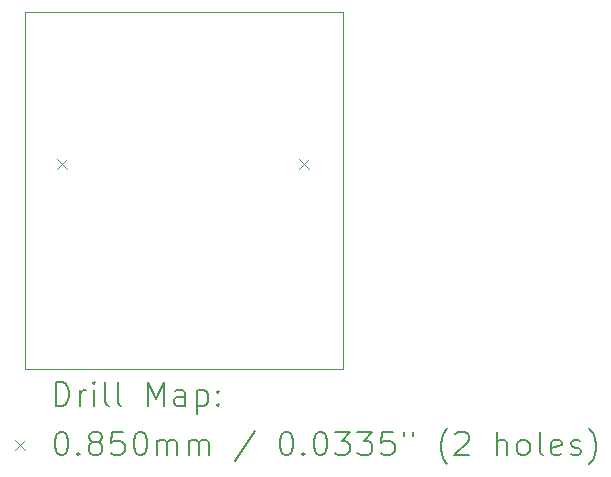
<source format=gbr>
%TF.GenerationSoftware,KiCad,Pcbnew,8.0.5*%
%TF.CreationDate,2025-03-01T15:20:46+00:00*%
%TF.ProjectId,PCB_1001,5043425f-3130-4303-912e-6b696361645f,rev?*%
%TF.SameCoordinates,Original*%
%TF.FileFunction,Drillmap*%
%TF.FilePolarity,Positive*%
%FSLAX45Y45*%
G04 Gerber Fmt 4.5, Leading zero omitted, Abs format (unit mm)*
G04 Created by KiCad (PCBNEW 8.0.5) date 2025-03-01 15:20:46*
%MOMM*%
%LPD*%
G01*
G04 APERTURE LIST*
%ADD10C,0.050000*%
%ADD11C,0.200000*%
%ADD12C,0.100000*%
G04 APERTURE END LIST*
D10*
X12852400Y-7289800D02*
X15544800Y-7289800D01*
X15544800Y-10312400D01*
X12852400Y-10312400D01*
X12852400Y-7289800D01*
D11*
D12*
X13115800Y-8533461D02*
X13200800Y-8618461D01*
X13200800Y-8533461D02*
X13115800Y-8618461D01*
X15165800Y-8533461D02*
X15250800Y-8618461D01*
X15250800Y-8533461D02*
X15165800Y-8618461D01*
D11*
X13110677Y-10626384D02*
X13110677Y-10426384D01*
X13110677Y-10426384D02*
X13158296Y-10426384D01*
X13158296Y-10426384D02*
X13186867Y-10435908D01*
X13186867Y-10435908D02*
X13205915Y-10454955D01*
X13205915Y-10454955D02*
X13215439Y-10474003D01*
X13215439Y-10474003D02*
X13224962Y-10512098D01*
X13224962Y-10512098D02*
X13224962Y-10540670D01*
X13224962Y-10540670D02*
X13215439Y-10578765D01*
X13215439Y-10578765D02*
X13205915Y-10597812D01*
X13205915Y-10597812D02*
X13186867Y-10616860D01*
X13186867Y-10616860D02*
X13158296Y-10626384D01*
X13158296Y-10626384D02*
X13110677Y-10626384D01*
X13310677Y-10626384D02*
X13310677Y-10493050D01*
X13310677Y-10531146D02*
X13320201Y-10512098D01*
X13320201Y-10512098D02*
X13329724Y-10502574D01*
X13329724Y-10502574D02*
X13348772Y-10493050D01*
X13348772Y-10493050D02*
X13367820Y-10493050D01*
X13434486Y-10626384D02*
X13434486Y-10493050D01*
X13434486Y-10426384D02*
X13424962Y-10435908D01*
X13424962Y-10435908D02*
X13434486Y-10445431D01*
X13434486Y-10445431D02*
X13444010Y-10435908D01*
X13444010Y-10435908D02*
X13434486Y-10426384D01*
X13434486Y-10426384D02*
X13434486Y-10445431D01*
X13558296Y-10626384D02*
X13539248Y-10616860D01*
X13539248Y-10616860D02*
X13529724Y-10597812D01*
X13529724Y-10597812D02*
X13529724Y-10426384D01*
X13663058Y-10626384D02*
X13644010Y-10616860D01*
X13644010Y-10616860D02*
X13634486Y-10597812D01*
X13634486Y-10597812D02*
X13634486Y-10426384D01*
X13891629Y-10626384D02*
X13891629Y-10426384D01*
X13891629Y-10426384D02*
X13958296Y-10569241D01*
X13958296Y-10569241D02*
X14024962Y-10426384D01*
X14024962Y-10426384D02*
X14024962Y-10626384D01*
X14205915Y-10626384D02*
X14205915Y-10521622D01*
X14205915Y-10521622D02*
X14196391Y-10502574D01*
X14196391Y-10502574D02*
X14177343Y-10493050D01*
X14177343Y-10493050D02*
X14139248Y-10493050D01*
X14139248Y-10493050D02*
X14120201Y-10502574D01*
X14205915Y-10616860D02*
X14186867Y-10626384D01*
X14186867Y-10626384D02*
X14139248Y-10626384D01*
X14139248Y-10626384D02*
X14120201Y-10616860D01*
X14120201Y-10616860D02*
X14110677Y-10597812D01*
X14110677Y-10597812D02*
X14110677Y-10578765D01*
X14110677Y-10578765D02*
X14120201Y-10559717D01*
X14120201Y-10559717D02*
X14139248Y-10550193D01*
X14139248Y-10550193D02*
X14186867Y-10550193D01*
X14186867Y-10550193D02*
X14205915Y-10540670D01*
X14301153Y-10493050D02*
X14301153Y-10693050D01*
X14301153Y-10502574D02*
X14320201Y-10493050D01*
X14320201Y-10493050D02*
X14358296Y-10493050D01*
X14358296Y-10493050D02*
X14377343Y-10502574D01*
X14377343Y-10502574D02*
X14386867Y-10512098D01*
X14386867Y-10512098D02*
X14396391Y-10531146D01*
X14396391Y-10531146D02*
X14396391Y-10588289D01*
X14396391Y-10588289D02*
X14386867Y-10607336D01*
X14386867Y-10607336D02*
X14377343Y-10616860D01*
X14377343Y-10616860D02*
X14358296Y-10626384D01*
X14358296Y-10626384D02*
X14320201Y-10626384D01*
X14320201Y-10626384D02*
X14301153Y-10616860D01*
X14482105Y-10607336D02*
X14491629Y-10616860D01*
X14491629Y-10616860D02*
X14482105Y-10626384D01*
X14482105Y-10626384D02*
X14472582Y-10616860D01*
X14472582Y-10616860D02*
X14482105Y-10607336D01*
X14482105Y-10607336D02*
X14482105Y-10626384D01*
X14482105Y-10502574D02*
X14491629Y-10512098D01*
X14491629Y-10512098D02*
X14482105Y-10521622D01*
X14482105Y-10521622D02*
X14472582Y-10512098D01*
X14472582Y-10512098D02*
X14482105Y-10502574D01*
X14482105Y-10502574D02*
X14482105Y-10521622D01*
D12*
X12764900Y-10912400D02*
X12849900Y-10997400D01*
X12849900Y-10912400D02*
X12764900Y-10997400D01*
D11*
X13148772Y-10846384D02*
X13167820Y-10846384D01*
X13167820Y-10846384D02*
X13186867Y-10855908D01*
X13186867Y-10855908D02*
X13196391Y-10865431D01*
X13196391Y-10865431D02*
X13205915Y-10884479D01*
X13205915Y-10884479D02*
X13215439Y-10922574D01*
X13215439Y-10922574D02*
X13215439Y-10970193D01*
X13215439Y-10970193D02*
X13205915Y-11008289D01*
X13205915Y-11008289D02*
X13196391Y-11027336D01*
X13196391Y-11027336D02*
X13186867Y-11036860D01*
X13186867Y-11036860D02*
X13167820Y-11046384D01*
X13167820Y-11046384D02*
X13148772Y-11046384D01*
X13148772Y-11046384D02*
X13129724Y-11036860D01*
X13129724Y-11036860D02*
X13120201Y-11027336D01*
X13120201Y-11027336D02*
X13110677Y-11008289D01*
X13110677Y-11008289D02*
X13101153Y-10970193D01*
X13101153Y-10970193D02*
X13101153Y-10922574D01*
X13101153Y-10922574D02*
X13110677Y-10884479D01*
X13110677Y-10884479D02*
X13120201Y-10865431D01*
X13120201Y-10865431D02*
X13129724Y-10855908D01*
X13129724Y-10855908D02*
X13148772Y-10846384D01*
X13301153Y-11027336D02*
X13310677Y-11036860D01*
X13310677Y-11036860D02*
X13301153Y-11046384D01*
X13301153Y-11046384D02*
X13291629Y-11036860D01*
X13291629Y-11036860D02*
X13301153Y-11027336D01*
X13301153Y-11027336D02*
X13301153Y-11046384D01*
X13424962Y-10932098D02*
X13405915Y-10922574D01*
X13405915Y-10922574D02*
X13396391Y-10913050D01*
X13396391Y-10913050D02*
X13386867Y-10894003D01*
X13386867Y-10894003D02*
X13386867Y-10884479D01*
X13386867Y-10884479D02*
X13396391Y-10865431D01*
X13396391Y-10865431D02*
X13405915Y-10855908D01*
X13405915Y-10855908D02*
X13424962Y-10846384D01*
X13424962Y-10846384D02*
X13463058Y-10846384D01*
X13463058Y-10846384D02*
X13482105Y-10855908D01*
X13482105Y-10855908D02*
X13491629Y-10865431D01*
X13491629Y-10865431D02*
X13501153Y-10884479D01*
X13501153Y-10884479D02*
X13501153Y-10894003D01*
X13501153Y-10894003D02*
X13491629Y-10913050D01*
X13491629Y-10913050D02*
X13482105Y-10922574D01*
X13482105Y-10922574D02*
X13463058Y-10932098D01*
X13463058Y-10932098D02*
X13424962Y-10932098D01*
X13424962Y-10932098D02*
X13405915Y-10941622D01*
X13405915Y-10941622D02*
X13396391Y-10951146D01*
X13396391Y-10951146D02*
X13386867Y-10970193D01*
X13386867Y-10970193D02*
X13386867Y-11008289D01*
X13386867Y-11008289D02*
X13396391Y-11027336D01*
X13396391Y-11027336D02*
X13405915Y-11036860D01*
X13405915Y-11036860D02*
X13424962Y-11046384D01*
X13424962Y-11046384D02*
X13463058Y-11046384D01*
X13463058Y-11046384D02*
X13482105Y-11036860D01*
X13482105Y-11036860D02*
X13491629Y-11027336D01*
X13491629Y-11027336D02*
X13501153Y-11008289D01*
X13501153Y-11008289D02*
X13501153Y-10970193D01*
X13501153Y-10970193D02*
X13491629Y-10951146D01*
X13491629Y-10951146D02*
X13482105Y-10941622D01*
X13482105Y-10941622D02*
X13463058Y-10932098D01*
X13682105Y-10846384D02*
X13586867Y-10846384D01*
X13586867Y-10846384D02*
X13577343Y-10941622D01*
X13577343Y-10941622D02*
X13586867Y-10932098D01*
X13586867Y-10932098D02*
X13605915Y-10922574D01*
X13605915Y-10922574D02*
X13653534Y-10922574D01*
X13653534Y-10922574D02*
X13672582Y-10932098D01*
X13672582Y-10932098D02*
X13682105Y-10941622D01*
X13682105Y-10941622D02*
X13691629Y-10960670D01*
X13691629Y-10960670D02*
X13691629Y-11008289D01*
X13691629Y-11008289D02*
X13682105Y-11027336D01*
X13682105Y-11027336D02*
X13672582Y-11036860D01*
X13672582Y-11036860D02*
X13653534Y-11046384D01*
X13653534Y-11046384D02*
X13605915Y-11046384D01*
X13605915Y-11046384D02*
X13586867Y-11036860D01*
X13586867Y-11036860D02*
X13577343Y-11027336D01*
X13815439Y-10846384D02*
X13834486Y-10846384D01*
X13834486Y-10846384D02*
X13853534Y-10855908D01*
X13853534Y-10855908D02*
X13863058Y-10865431D01*
X13863058Y-10865431D02*
X13872582Y-10884479D01*
X13872582Y-10884479D02*
X13882105Y-10922574D01*
X13882105Y-10922574D02*
X13882105Y-10970193D01*
X13882105Y-10970193D02*
X13872582Y-11008289D01*
X13872582Y-11008289D02*
X13863058Y-11027336D01*
X13863058Y-11027336D02*
X13853534Y-11036860D01*
X13853534Y-11036860D02*
X13834486Y-11046384D01*
X13834486Y-11046384D02*
X13815439Y-11046384D01*
X13815439Y-11046384D02*
X13796391Y-11036860D01*
X13796391Y-11036860D02*
X13786867Y-11027336D01*
X13786867Y-11027336D02*
X13777343Y-11008289D01*
X13777343Y-11008289D02*
X13767820Y-10970193D01*
X13767820Y-10970193D02*
X13767820Y-10922574D01*
X13767820Y-10922574D02*
X13777343Y-10884479D01*
X13777343Y-10884479D02*
X13786867Y-10865431D01*
X13786867Y-10865431D02*
X13796391Y-10855908D01*
X13796391Y-10855908D02*
X13815439Y-10846384D01*
X13967820Y-11046384D02*
X13967820Y-10913050D01*
X13967820Y-10932098D02*
X13977343Y-10922574D01*
X13977343Y-10922574D02*
X13996391Y-10913050D01*
X13996391Y-10913050D02*
X14024963Y-10913050D01*
X14024963Y-10913050D02*
X14044010Y-10922574D01*
X14044010Y-10922574D02*
X14053534Y-10941622D01*
X14053534Y-10941622D02*
X14053534Y-11046384D01*
X14053534Y-10941622D02*
X14063058Y-10922574D01*
X14063058Y-10922574D02*
X14082105Y-10913050D01*
X14082105Y-10913050D02*
X14110677Y-10913050D01*
X14110677Y-10913050D02*
X14129724Y-10922574D01*
X14129724Y-10922574D02*
X14139248Y-10941622D01*
X14139248Y-10941622D02*
X14139248Y-11046384D01*
X14234486Y-11046384D02*
X14234486Y-10913050D01*
X14234486Y-10932098D02*
X14244010Y-10922574D01*
X14244010Y-10922574D02*
X14263058Y-10913050D01*
X14263058Y-10913050D02*
X14291629Y-10913050D01*
X14291629Y-10913050D02*
X14310677Y-10922574D01*
X14310677Y-10922574D02*
X14320201Y-10941622D01*
X14320201Y-10941622D02*
X14320201Y-11046384D01*
X14320201Y-10941622D02*
X14329724Y-10922574D01*
X14329724Y-10922574D02*
X14348772Y-10913050D01*
X14348772Y-10913050D02*
X14377343Y-10913050D01*
X14377343Y-10913050D02*
X14396391Y-10922574D01*
X14396391Y-10922574D02*
X14405915Y-10941622D01*
X14405915Y-10941622D02*
X14405915Y-11046384D01*
X14796391Y-10836860D02*
X14624963Y-11094003D01*
X15053534Y-10846384D02*
X15072582Y-10846384D01*
X15072582Y-10846384D02*
X15091629Y-10855908D01*
X15091629Y-10855908D02*
X15101153Y-10865431D01*
X15101153Y-10865431D02*
X15110677Y-10884479D01*
X15110677Y-10884479D02*
X15120201Y-10922574D01*
X15120201Y-10922574D02*
X15120201Y-10970193D01*
X15120201Y-10970193D02*
X15110677Y-11008289D01*
X15110677Y-11008289D02*
X15101153Y-11027336D01*
X15101153Y-11027336D02*
X15091629Y-11036860D01*
X15091629Y-11036860D02*
X15072582Y-11046384D01*
X15072582Y-11046384D02*
X15053534Y-11046384D01*
X15053534Y-11046384D02*
X15034486Y-11036860D01*
X15034486Y-11036860D02*
X15024963Y-11027336D01*
X15024963Y-11027336D02*
X15015439Y-11008289D01*
X15015439Y-11008289D02*
X15005915Y-10970193D01*
X15005915Y-10970193D02*
X15005915Y-10922574D01*
X15005915Y-10922574D02*
X15015439Y-10884479D01*
X15015439Y-10884479D02*
X15024963Y-10865431D01*
X15024963Y-10865431D02*
X15034486Y-10855908D01*
X15034486Y-10855908D02*
X15053534Y-10846384D01*
X15205915Y-11027336D02*
X15215439Y-11036860D01*
X15215439Y-11036860D02*
X15205915Y-11046384D01*
X15205915Y-11046384D02*
X15196391Y-11036860D01*
X15196391Y-11036860D02*
X15205915Y-11027336D01*
X15205915Y-11027336D02*
X15205915Y-11046384D01*
X15339248Y-10846384D02*
X15358296Y-10846384D01*
X15358296Y-10846384D02*
X15377344Y-10855908D01*
X15377344Y-10855908D02*
X15386867Y-10865431D01*
X15386867Y-10865431D02*
X15396391Y-10884479D01*
X15396391Y-10884479D02*
X15405915Y-10922574D01*
X15405915Y-10922574D02*
X15405915Y-10970193D01*
X15405915Y-10970193D02*
X15396391Y-11008289D01*
X15396391Y-11008289D02*
X15386867Y-11027336D01*
X15386867Y-11027336D02*
X15377344Y-11036860D01*
X15377344Y-11036860D02*
X15358296Y-11046384D01*
X15358296Y-11046384D02*
X15339248Y-11046384D01*
X15339248Y-11046384D02*
X15320201Y-11036860D01*
X15320201Y-11036860D02*
X15310677Y-11027336D01*
X15310677Y-11027336D02*
X15301153Y-11008289D01*
X15301153Y-11008289D02*
X15291629Y-10970193D01*
X15291629Y-10970193D02*
X15291629Y-10922574D01*
X15291629Y-10922574D02*
X15301153Y-10884479D01*
X15301153Y-10884479D02*
X15310677Y-10865431D01*
X15310677Y-10865431D02*
X15320201Y-10855908D01*
X15320201Y-10855908D02*
X15339248Y-10846384D01*
X15472582Y-10846384D02*
X15596391Y-10846384D01*
X15596391Y-10846384D02*
X15529725Y-10922574D01*
X15529725Y-10922574D02*
X15558296Y-10922574D01*
X15558296Y-10922574D02*
X15577344Y-10932098D01*
X15577344Y-10932098D02*
X15586867Y-10941622D01*
X15586867Y-10941622D02*
X15596391Y-10960670D01*
X15596391Y-10960670D02*
X15596391Y-11008289D01*
X15596391Y-11008289D02*
X15586867Y-11027336D01*
X15586867Y-11027336D02*
X15577344Y-11036860D01*
X15577344Y-11036860D02*
X15558296Y-11046384D01*
X15558296Y-11046384D02*
X15501153Y-11046384D01*
X15501153Y-11046384D02*
X15482106Y-11036860D01*
X15482106Y-11036860D02*
X15472582Y-11027336D01*
X15663058Y-10846384D02*
X15786867Y-10846384D01*
X15786867Y-10846384D02*
X15720201Y-10922574D01*
X15720201Y-10922574D02*
X15748772Y-10922574D01*
X15748772Y-10922574D02*
X15767820Y-10932098D01*
X15767820Y-10932098D02*
X15777344Y-10941622D01*
X15777344Y-10941622D02*
X15786867Y-10960670D01*
X15786867Y-10960670D02*
X15786867Y-11008289D01*
X15786867Y-11008289D02*
X15777344Y-11027336D01*
X15777344Y-11027336D02*
X15767820Y-11036860D01*
X15767820Y-11036860D02*
X15748772Y-11046384D01*
X15748772Y-11046384D02*
X15691629Y-11046384D01*
X15691629Y-11046384D02*
X15672582Y-11036860D01*
X15672582Y-11036860D02*
X15663058Y-11027336D01*
X15967820Y-10846384D02*
X15872582Y-10846384D01*
X15872582Y-10846384D02*
X15863058Y-10941622D01*
X15863058Y-10941622D02*
X15872582Y-10932098D01*
X15872582Y-10932098D02*
X15891629Y-10922574D01*
X15891629Y-10922574D02*
X15939248Y-10922574D01*
X15939248Y-10922574D02*
X15958296Y-10932098D01*
X15958296Y-10932098D02*
X15967820Y-10941622D01*
X15967820Y-10941622D02*
X15977344Y-10960670D01*
X15977344Y-10960670D02*
X15977344Y-11008289D01*
X15977344Y-11008289D02*
X15967820Y-11027336D01*
X15967820Y-11027336D02*
X15958296Y-11036860D01*
X15958296Y-11036860D02*
X15939248Y-11046384D01*
X15939248Y-11046384D02*
X15891629Y-11046384D01*
X15891629Y-11046384D02*
X15872582Y-11036860D01*
X15872582Y-11036860D02*
X15863058Y-11027336D01*
X16053534Y-10846384D02*
X16053534Y-10884479D01*
X16129725Y-10846384D02*
X16129725Y-10884479D01*
X16424963Y-11122574D02*
X16415439Y-11113050D01*
X16415439Y-11113050D02*
X16396391Y-11084479D01*
X16396391Y-11084479D02*
X16386868Y-11065431D01*
X16386868Y-11065431D02*
X16377344Y-11036860D01*
X16377344Y-11036860D02*
X16367820Y-10989241D01*
X16367820Y-10989241D02*
X16367820Y-10951146D01*
X16367820Y-10951146D02*
X16377344Y-10903527D01*
X16377344Y-10903527D02*
X16386868Y-10874955D01*
X16386868Y-10874955D02*
X16396391Y-10855908D01*
X16396391Y-10855908D02*
X16415439Y-10827336D01*
X16415439Y-10827336D02*
X16424963Y-10817812D01*
X16491629Y-10865431D02*
X16501153Y-10855908D01*
X16501153Y-10855908D02*
X16520201Y-10846384D01*
X16520201Y-10846384D02*
X16567820Y-10846384D01*
X16567820Y-10846384D02*
X16586868Y-10855908D01*
X16586868Y-10855908D02*
X16596391Y-10865431D01*
X16596391Y-10865431D02*
X16605915Y-10884479D01*
X16605915Y-10884479D02*
X16605915Y-10903527D01*
X16605915Y-10903527D02*
X16596391Y-10932098D01*
X16596391Y-10932098D02*
X16482106Y-11046384D01*
X16482106Y-11046384D02*
X16605915Y-11046384D01*
X16844011Y-11046384D02*
X16844011Y-10846384D01*
X16929725Y-11046384D02*
X16929725Y-10941622D01*
X16929725Y-10941622D02*
X16920201Y-10922574D01*
X16920201Y-10922574D02*
X16901153Y-10913050D01*
X16901153Y-10913050D02*
X16872582Y-10913050D01*
X16872582Y-10913050D02*
X16853534Y-10922574D01*
X16853534Y-10922574D02*
X16844011Y-10932098D01*
X17053534Y-11046384D02*
X17034487Y-11036860D01*
X17034487Y-11036860D02*
X17024963Y-11027336D01*
X17024963Y-11027336D02*
X17015439Y-11008289D01*
X17015439Y-11008289D02*
X17015439Y-10951146D01*
X17015439Y-10951146D02*
X17024963Y-10932098D01*
X17024963Y-10932098D02*
X17034487Y-10922574D01*
X17034487Y-10922574D02*
X17053534Y-10913050D01*
X17053534Y-10913050D02*
X17082106Y-10913050D01*
X17082106Y-10913050D02*
X17101153Y-10922574D01*
X17101153Y-10922574D02*
X17110677Y-10932098D01*
X17110677Y-10932098D02*
X17120201Y-10951146D01*
X17120201Y-10951146D02*
X17120201Y-11008289D01*
X17120201Y-11008289D02*
X17110677Y-11027336D01*
X17110677Y-11027336D02*
X17101153Y-11036860D01*
X17101153Y-11036860D02*
X17082106Y-11046384D01*
X17082106Y-11046384D02*
X17053534Y-11046384D01*
X17234487Y-11046384D02*
X17215439Y-11036860D01*
X17215439Y-11036860D02*
X17205915Y-11017812D01*
X17205915Y-11017812D02*
X17205915Y-10846384D01*
X17386868Y-11036860D02*
X17367820Y-11046384D01*
X17367820Y-11046384D02*
X17329725Y-11046384D01*
X17329725Y-11046384D02*
X17310677Y-11036860D01*
X17310677Y-11036860D02*
X17301153Y-11017812D01*
X17301153Y-11017812D02*
X17301153Y-10941622D01*
X17301153Y-10941622D02*
X17310677Y-10922574D01*
X17310677Y-10922574D02*
X17329725Y-10913050D01*
X17329725Y-10913050D02*
X17367820Y-10913050D01*
X17367820Y-10913050D02*
X17386868Y-10922574D01*
X17386868Y-10922574D02*
X17396392Y-10941622D01*
X17396392Y-10941622D02*
X17396392Y-10960670D01*
X17396392Y-10960670D02*
X17301153Y-10979717D01*
X17472582Y-11036860D02*
X17491630Y-11046384D01*
X17491630Y-11046384D02*
X17529725Y-11046384D01*
X17529725Y-11046384D02*
X17548773Y-11036860D01*
X17548773Y-11036860D02*
X17558296Y-11017812D01*
X17558296Y-11017812D02*
X17558296Y-11008289D01*
X17558296Y-11008289D02*
X17548773Y-10989241D01*
X17548773Y-10989241D02*
X17529725Y-10979717D01*
X17529725Y-10979717D02*
X17501153Y-10979717D01*
X17501153Y-10979717D02*
X17482106Y-10970193D01*
X17482106Y-10970193D02*
X17472582Y-10951146D01*
X17472582Y-10951146D02*
X17472582Y-10941622D01*
X17472582Y-10941622D02*
X17482106Y-10922574D01*
X17482106Y-10922574D02*
X17501153Y-10913050D01*
X17501153Y-10913050D02*
X17529725Y-10913050D01*
X17529725Y-10913050D02*
X17548773Y-10922574D01*
X17624963Y-11122574D02*
X17634487Y-11113050D01*
X17634487Y-11113050D02*
X17653534Y-11084479D01*
X17653534Y-11084479D02*
X17663058Y-11065431D01*
X17663058Y-11065431D02*
X17672582Y-11036860D01*
X17672582Y-11036860D02*
X17682106Y-10989241D01*
X17682106Y-10989241D02*
X17682106Y-10951146D01*
X17682106Y-10951146D02*
X17672582Y-10903527D01*
X17672582Y-10903527D02*
X17663058Y-10874955D01*
X17663058Y-10874955D02*
X17653534Y-10855908D01*
X17653534Y-10855908D02*
X17634487Y-10827336D01*
X17634487Y-10827336D02*
X17624963Y-10817812D01*
M02*

</source>
